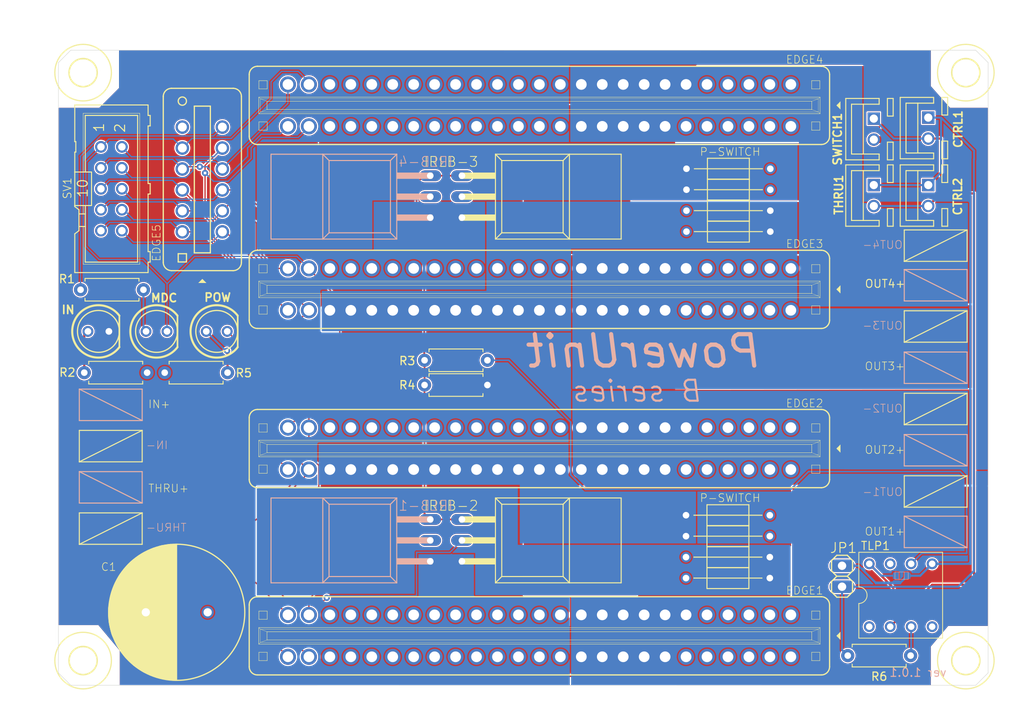
<source format=kicad_pcb>
(kicad_pcb (version 20241229) (generator "pcbnew") (generator_version "9.0")
  (layers (0 "F.Cu" signal "Top") (2 "B.Cu" signal "Bottom") (13 "F.Paste" user) (15 "B.Paste" user) (5 "F.SilkS" user) (7 "B.SilkS" user) (1 "F.Mask" user) (3 "B.Mask" user) (25 "Edge.Cuts" user))
  (net 0 "")
  (net 1 "GND")
  (net 2 "VCC")
  (net 3 "/PWM1")
  (net 4 "/DIR1")
  (net 5 "/PWM2")
  (net 6 "/DIR2")
  (net 7 "/PWM3")
  (net 8 "/DIR3")
  (net 9 "/PWM4")
  (net 10 "/DIR4")
  (net 11 "/VCC2")
  (net 12 "/GND2")
  (net 13 "Net-(LED2-PadA)")
  (net 14 "/LED")
  (net 15 "Net-(TLP1-ANODE)")
  (net 16 "Net-(EDGE1-P28)")
  (net 17 "Net-(EDGE1-P10)")
  (net 18 "Net-(EDGE1-P1)")
  (net 19 "Net-(EDGE2-P1)")
  (net 20 "Net-(EDGE2-P10)")
  (net 21 "Net-(EDGE2-P28)")
  (net 22 "Net-(EDGE3-P28)")
  (net 23 "Net-(EDGE3-P1)")
  (net 24 "Net-(CTRL1-Pad1)")
  (net 25 "Net-(LED1-PadA)")
  (net 26 "Net-(IRLB-1-PadG)")
  (net 27 "Net-(EDGE3-P10)")
  (net 28 "Net-(LED3-PadA)")
  (net 29 "Net-(EDGE4-P28)")
  (net 30 "Net-(EDGE4-P10)")
  (net 31 "Net-(EDGE4-P1)")
  (net 33 "/NC")
  (net 34 "Net-(IRLB-1-PD)")
  (net 35 "Net-(IRLB-2-PD)")
  (net 36 "Net-(LED3-C)")
  (net 37 "Net-(IRLB-3-PD)")
  (net 39 "Net-(IRLB-4-PD)")
  (net 41 "Net-(TLP1-VOUT)")
  (net 42 "Net-(TLP1-CATHODE)")
  (footprint "2022年度回路班_新電源基板:50ZLH1000MEFC16X25" (layer "F.Cu") (at 106.5 134.65)
    (property "Reference" "C1")
    (property "Value" "50ZLH1000MEFC16X25" (hide yes))
  )
  (footprint "2022年度回路班_新電源基板:B2B-XH" (layer "F.Cu") (at 197.6001 75.9536 90)
    (property "Reference" "CTRL1")
    (property "Value" "02-JST" (hide yes))
  )
  (footprint "2022年度回路班_新電源基板:B2B-XH" (layer "F.Cu") (at 197.6001 84.1316 90)
    (property "Reference" "CTRL2")
    (property "Value" "02-JST" (hide yes))
  )
  (footprint "2022年度回路班_新電源基板:10046971-019LF" (layer "F.Cu") (at 150.4611 137.5036 180)
    (property "Reference" "EDGE1")
    (property "Value" "10046971-019LF-FEMAL" (hide yes))
  )
  (footprint "2022年度回路班_新電源基板:10046971-019LF" (layer "F.Cu") (at 150.4611 114.8036 180)
    (property "Reference" "EDGE2")
    (property "Value" "10046971-019LF-FEMAL" (hide yes))
  )
  (footprint "2022年度回路班_新電源基板:10046971-019LF" (layer "F.Cu") (at 150.4611 95.5036 180)
    (property "Reference" "EDGE3")
    (property "Value" "10046971-019LF-FEMAL" (hide yes))
  )
  (footprint "2022年度回路班_新電源基板:10046971-019LF" (layer "F.Cu") (at 150.4611 73.2036 180)
    (property "Reference" "EDGE4")
    (property "Value" "10046971-019LF-FEMAL" (hide yes))
  )
  (footprint "2022年度回路班_新電源基板:7-5530843-6" (layer "F.Cu") (at 109.6041 82.1836 90)
    (property "Reference" "EDGE5")
    (property "Value" "7-5530843-6" (hide yes))
  )
  (footprint "2022年度回路班_新電源基板:AWG14" (layer "F.Cu") (at 98.5011 109.5036 90)
    (property "Reference" "IN+")
    (property "Value" "PADS14" (hide yes))
  )
  (footprint "2022年度回路班_新電源基板:1X02" (layer "F.Cu") (at 187.1481 130.2786 -90)
    (property "Reference" "JP1")
    (property "Value" "PINHD-1X2")
  )
  (footprint "2022年度回路班_新電源基板:LED5MM" (layer "F.Cu") (at 97.004 100.6)
    (property "Reference" "LED1" (hide yes))
    (property "Value" "LED5MM")
  )
  (footprint "2022年度回路班_新電源基板:LED5MM" (layer "F.Cu") (at 104.05 100.6)
    (property "Reference" "LED2" (hide yes))
    (property "Value" "LED5MM")
  )
  (footprint "2022年度回路班_新電源基板:LED5MM" (layer "F.Cu") (at 111.35 100.6)
    (property "Reference" "LED3" (hide yes))
    (property "Value" "LED5MM")
  )
  (footprint "2022年度回路班_新電源基板:AWG14" (layer "F.Cu") (at 198.5011 124.9036 -90)
    (property "Reference" "OUT1+")
    (property "Value" "PADS14" (hide yes))
  )
  (footprint "2022年度回路班_新電源基板:AWG14" (layer "F.Cu") (at 198.5011 115.0036 -90)
    (property "Reference" "OUT2+")
    (property "Value" "PADS14" (hide yes))
  )
  (footprint "2022年度回路班_新電源基板:AWG14" (layer "F.Cu") (at 198.5011 105.0036 -90)
    (property "Reference" "OUT3+")
    (property "Value" "PADS14" (hide yes))
  )
  (footprint "2022年度回路班_新電源基板:AWG14" (layer "F.Cu") (at 198.5011 95.0036 -90)
    (property "Reference" "OUT4+")
    (property "Value" "PADS14" (hide yes))
  )
  (footprint "2022年度回路班_新電源基板:P-SWITCH" (layer "F.Cu") (at 170.7731 130.5036 -90)
    (property "Reference" "P-1" (hide yes))
    (property "Value" "P-SWITCH")
  )
  (footprint "2022年度回路班_新電源基板:P-SWITCH" (layer "F.Cu") (at 170.7731 127.9636 -90)
    (property "Reference" "P-2" (hide yes))
    (property "Value" "P-SWITCH" (hide yes))
  )
  (footprint "2022年度回路班_新電源基板:P-SWITCH" (layer "F.Cu") (at 170.7731 125.4236 -90)
    (property "Reference" "P-3" (hide yes))
    (property "Value" "P-SWITCH" (hide yes))
  )
  (footprint "2022年度回路班_新電源基板:P-SWITCH" (layer "F.Cu") (at 170.7731 122.8836 -90)
    (property "Reference" "P-4" (hide yes))
    (property "Value" "P-SWITCH" (hide yes))
  )
  (footprint "2022年度回路班_新電源基板:P-SWITCH" (layer "F.Cu") (at 175.9101 88.5036 90)
    (property "Reference" "P-5" (hide yes))
    (property "Value" "P-SWITCH" (hide yes))
  )
  (footprint "2022年度回路班_新電源基板:P-SWITCH" (layer "F.Cu") (at 175.9101 85.9636 90)
    (property "Reference" "P-6" (hide yes))
    (property "Value" "P-SWITCH" (hide yes))
  )
  (footprint "2022年度回路班_新電源基板:P-SWITCH" (layer "F.Cu") (at 175.9101 83.4236 90)
    (property "Reference" "P-7" (hide yes))
    (property "Value" "P-SWITCH" (hide yes))
  )
  (footprint "2022年度回路班_新電源基板:P-SWITCH" (layer "F.Cu") (at 175.9101 80.8836 90)
    (property "Reference" "P-8" (hide yes))
    (property "Value" "P-SWITCH")
  )
  (footprint "2022年度回路班_新電源基板:ML10" (layer "F.Cu") (at 98.5831 83.3106 -90)
    (property "Reference" "SV1")
    (property "Value" "ML10")
  )
  (footprint "2022年度回路班_新電源基板:B2B-XH" (layer "F.Cu") (at 190.9971 76.0806 90)
    (property "Reference" "SWITCH1")
    (property "Value" "02-JST" (hide yes))
  )
  (footprint "2022年度回路班_新電源基板:AWG14" (layer "F.Cu") (at 98.5011 119.5036 90)
    (property "Reference" "THRU+")
    (property "Value" "PADS14" (hide yes))
  )
  (footprint "2022年度回路班_新電源基板:B2B-XH" (layer "F.Cu") (at 190.9971 84.1316 90)
    (property "Reference" "THRU1")
    (property "Value" "02-JST" (hide yes))
  )
  (footprint "2022年度回路班_新電源基板:2227MC-08-03" (layer "F.Cu") (at 194.2591 132.5816)
    (property "Reference" "TLP1")
    (property "Value" "2227MC-08-03" (hide yes))
  )
  (footprint "2022年度回路班_新電源基板:TO-220AB-PUT" (layer "F.Cu") (at 146.1511 125.9336 -90)
    (property "Reference" "IRLB-2")
    (property "Value" "IRLB3813_2" (hide yes))
  )
  (footprint "2022年度回路班_新電源基板:TO-220AB-PUT" (layer "F.Cu") (at 146.1511 84.2666 -90)
    (property "Reference" "IRLB-3")
    (property "Value" "IRLB3813_2" (hide yes))
  )
  (footprint "2022年度回路班_新電源基板:3,2" (layer "F.Cu") (at 95.1511 140.5036)
    (property "Reference" "H1" (hide yes))
    (property "Value" "MOUNT-HOLE3.2" (hide yes))
  )
  (footprint "2022年度回路班_新電源基板:3,2" (layer "F.Cu") (at 95.1511 69.2336)
    (property "Reference" "H2" (hide yes))
    (property "Value" "MOUNT-HOLE3.2" (hide yes))
  )
  (footprint "2022年度回路班_新電源基板:3,2" (layer "F.Cu") (at 202.1511 140.5036)
    (property "Reference" "H3" (hide yes))
    (property "Value" "MOUNT-HOLE3.2" (hide yes))
  )
  (footprint "2022年度回路班_新電源基板:3,2" (layer "F.Cu") (at 202.1511 69.2336)
    (property "Reference" "H4" (hide yes))
    (property "Value" "MOUNT-HOLE3.2" (hide yes))
  )
  (footprint "Resistor_THT:R_Axial_DIN0207_L6.3mm_D2.5mm_P7.62mm_Horizontal" (layer "F.Cu") (at 144.16 104.1 180)
    (property "Reference" "R3")
    (property "Value" "1k")
  )
  (footprint "Resistor_THT:R_Axial_DIN0207_L6.3mm_D2.5mm_P7.62mm_Horizontal" (layer "F.Cu") (at 105.04 105.6)
    (property "Reference" "R5")
    (property "Value" "680")
  )
  (footprint "Resistor_THT:R_Axial_DIN0207_L6.3mm_D2.5mm_P7.62mm_Horizontal" (layer "F.Cu") (at 136.54 107.1)
    (property "Reference" "R4")
    (property "Value" "10k")
  )
  (footprint "Resistor_THT:R_Axial_DIN0207_L6.3mm_D2.5mm_P7.62mm_Horizontal" (layer "F.Cu") (at 94.84 95.55)
    (property "Reference" "R1")
    (property "Value" "100")
  )
  (footprint "Resistor_THT:R_Axial_DIN0207_L6.3mm_D2.5mm_P7.62mm_Horizontal" (layer "F.Cu") (at 187.84 139.9)
    (property "Reference" "R6")
    (property "Value" "1k")
  )
  (footprint "Resistor_THT:R_Axial_DIN0207_L6.3mm_D2.5mm_P7.62mm_Horizontal" (layer "F.Cu") (at 102.91 105.6 180)
    (property "Reference" "R2")
    (property "Value" "680")
  )
  (footprint "2022年度回路班_新電源基板:GCM188L81H104KA57" (layer "B.Cu") (at 194.3661 130.2146)
    (property "Reference" "C2")
    (property "Value" "GCM188L81H104KA57" (hide yes))
  )
  (footprint "2022年度回路班_新電源基板:AWG14" (layer "B.Cu") (at 98.5011 114.5036 90)
    (property "Reference" "IN-")
    (property "Value" "PADS14" (hide yes))
  )
  (footprint "2022年度回路班_新電源基板:AWG14" (layer "B.Cu") (at 198.5011 120.0036 -90)
    (property "Reference" "OUT1-")
    (property "Value" "PADS14" (hide yes))
  )
  (footprint "2022年度回路班_新電源基板:AWG14" (layer "B.Cu") (at 198.5011 110.0036 -90)
    (property "Reference" "OUT2-")
    (property "Value" "PADS14" (hide yes))
  )
  (footprint "2022年度回路班_新電源基板:AWG14" (layer "B.Cu") (at 198.5011 100.0036 -90)
    (property "Reference" "OUT3-")
    (property "Value" "PADS14" (hide yes))
  )
  (footprint "2022年度回路班_新電源基板:AWG14" (layer "B.Cu") (at 198.5011 90.2036 -90)
    (property "Reference" "OUT4-")
    (property "Value" "PADS14" (hide yes))
  )
  (footprint "2022年度回路班_新電源基板:AWG14" (layer "B.Cu") (at 98.5011 124.5036 90)
    (property "Reference" "THRU-")
    (property "Value" "PADS14" (hide yes))
  )
  (footprint "2022年度回路班_新電源基板:TO-220AB-PUT" (layer "B.Cu") (at 132.1511 125.9336 -90)
    (property "Reference" "IRLB-1")
    (property "Value" "IRLB3813_2" (hide yes))
  )
  (footprint "2022年度回路班_新電源基板:TO-220AB-PUT" (layer "B.Cu") (at 132.1511 84.2666 -90)
    (property "Reference" "IRLB-4")
    (property "Value" "IRLB3813_2" (hide yes))
  )
  (gr_line (start 93.65945 66.5082) (end 92.16055 68.0118) (stroke (width 0.05)) (layer "Edge.Cuts"))
  (gr_line (start 92.1582 142.00055) (end 92.16055 68.0118) (stroke (width 0.05)) (layer "Edge.Cuts"))
  (gr_line (start 204.8518 68.00945) (end 204.85 142) (stroke (width 0.05)) (layer "Edge.Cuts"))
  (gr_line (start 203.3511 143.5036) (end 93.6618 143.49945) (stroke (width 0.05)) (layer "Edge.Cuts"))
  (gr_line (start 204.85 142) (end 203.3511 143.5036) (stroke (width 0.05)) (layer "Edge.Cuts"))
  (gr_line (start 203.3482 66.51055) (end 204.8518 68.00945) (stroke (width 0.05)) (layer "Edge.Cuts"))
  (gr_line (start 93.65945 66.5082) (end 203.3482 66.51055) (stroke (width 0.05)) (layer "Edge.Cuts"))
  (gr_line (start 92.1582 142.00055) (end 93.6618 143.49945) (stroke (width 0.05)) (layer "Edge.Cuts"))
  (gr_text "IN" (at 93.33 97.98 0) (layer "F.SilkS") (effects (font (size 1 1) (thickness 0.2) (bold yes))))
  (gr_text "POW" (at 111.45 96.49 0) (layer "F.SilkS") (effects (font (size 1 1) (thickness 0.2) (bold yes))))
  (gr_text "MDC" (at 104.96 96.55 0) (layer "F.SilkS") (effects (font (size 1 1) (thickness 0.2) (bold yes))))
  (gr_text "B series" (at 162.37712 107.83824 0) (layer "B.SilkS") (effects (font (size 2.54 2.54) (thickness 0.254) (italic yes)) (justify mirror)))
  (gr_text "ver 1.0.1\n" (at 196.35 141.95 0) (layer "B.SilkS") (effects (font (size 1.016 1.016) (thickness 0.127)) (justify mirror)))
  (gr_text "PowerUnit" (at 163.23564 103.00716 0) (layer "B.SilkS") (effects (font (size 3.81 3.81) (thickness 0.508) (italic yes)) (justify mirror)))
  (segment (start 198.0691 128.7716) (end 196.6261 130.2146) (width 0.254) (layer "B.Cu") (net 1))
  (segment (start 198.0691 128.7716) (end 202.6921 128.7716) (width 0.254) (layer "B.Cu") (net 1))
  (segment (start 195.0661 130.2146) (end 196.6261 130.2146) (width 0.254) (layer "B.Cu") (net 1))
  (segment (start 202.6921 128.7716) (end 202.6921 82.2496) (width 0.254) (layer "B.Cu") (net 1))
  (segment (start 194.2307 131.05) (end 195.0661 130.2146) (width 0.254) (layer "B.Cu") (net 1))
  (segment (start 191.2035 131.05) (end 194.2307 131.05) (width 0.254) (layer "B.Cu") (net 1))
  (segment (start 187.1481 129.0086) (end 189.1621 129.0086) (width 0.254) (layer "B.Cu") (net 1))
  (segment (start 189.1621 129.0086) (end 191.2035 131.05) (width 0.254) (layer "B.Cu") (net 1))
  (segment (start 155.8531 67.8116) (end 191.5921 67.8116) (width 0.254) (layer "F.Cu") (net 2))
  (segment (start 193.8781 75.1776) (end 191.7051 77.3506) (width 0.254) (layer "F.Cu") (net 2))
  (segment (start 193.8781 70.0976) (end 193.8781 75.1776) (width 0.254) (layer "F.Cu") (net 2))
  (segment (start 153.0011 70.6636) (end 155.8531 67.8116) (width 0.254) (layer "F.Cu") (net 2))
  (segment (start 191.5921 67.8116) (end 193.8781 70.0976) (width 0.254) (layer "F.Cu") (net 2))
  (segment (start 191.7051 77.3506) (end 190.9971 77.3506) (width 0.254) (layer "F.Cu") (net 2))
  (segment (start 191.6431 135.3416) (end 193.3701 133.6146) (width 0.25) (layer "F.Cu") (net 2))
  (segment (start 110.25 134.65) (end 117.9586 142.3586) (width 0.25) (layer "F.Cu") (net 2))
  (segment (start 193.3701 131.6926) (end 190.4491 128.7716) (width 0.25) (layer "F.Cu") (net 2))
  (segment (start 193.3701 133.6146) (end 193.3701 131.6926) (width 0.25) (layer "F.Cu") (net 2))
  (segment (start 117.9586 142.3586) (end 191.6431 142.3586) (width 0.25) (layer "F.Cu") (net 2))
  (segment (start 191.6431 142.3586) (end 191.6431 135.3416) (width 0.25) (layer "F.Cu") (net 2))
  (segment (start 193.6661 130.2146) (end 191.8921 130.2146) (width 0.254) (layer "B.Cu") (net 2))
  (segment (start 191.8921 130.2146) (end 190.4491 128.7716) (width 0.254) (layer "B.Cu") (net 2))
  (segment (start 112.0298 88.5336) (end 112.44225 88.5336) (width 0.1524) (layer "F.Cu") (net 3))
  (segment (start 115.8971 130.8796) (end 115.8971 123.63775) (width 0.1524) (layer "F.Cu") (net 3))
  (segment (start 121.3117 118.22315) (end 121.3117 116.82035) (width 0.1524) (layer "F.Cu") (net 3))
  (segment (start 121.1847 98.54215) (end 121.1847 97.27605) (width 0.1524) (layer "F.Cu") (net 3))
  (segment (start 119.9811 134.9636) (end 115.8971 130.8796) (width 0.1524) (layer "F.Cu") (net 3))
  (segment (start 117.8885 101.83835) (end 121.1847 98.54215) (width 0.1524) (layer "F.Cu") (net 3))
  (segment (start 115.8971 123.63775) (end 121.3117 118.22315) (width 0.1524) (layer "F.Cu") (net 3))
  (segment (start 117.8885 113.39715) (end 117.8885 101.83835) (width 0.1524) (layer "F.Cu") (net 3))
  (segment (start 121.1847 97.27605) (end 112.44225 88.5336) (width 0.1524) (layer "F.Cu") (net 3))
  (segment (start 121.3117 116.82035) (end 117.8885 113.39715) (width 0.1524) (layer "F.Cu") (net 3))
  (segment (start 110.7808 89.7826) (end 101.2451 89.7826) (width 0.1524) (layer "B.Cu") (net 3))
  (segment (start 112.0298 88.5336) (end 110.7808 89.7826) (width 0.1524) (layer "B.Cu") (net 3))
  (segment (start 99.8531 88.3906) (end 101.2451 89.7826) (width 0.1524) (layer "B.Cu") (net 3))
  (segment (start 115.5191 94.581713) (end 115.5191 135.5816) (width 0.1524) (layer "F.Cu") (net 4))
  (segment (start 109.470987 88.5336) (end 115.5191 94.581713) (width 0.1524) (layer "F.Cu") (net 4))
  (segment (start 107.1784 88.5336) (end 109.470987 88.5336) (width 0.1524) (layer "F.Cu") (net 4))
  (segment (start 119.9811 140.0436) (end 115.5191 135.5816) (width 0.1524) (layer "F.Cu") (net 4))
  (segment (start 97.3131 88.3906) (end 98.3341 87.4036) (width 0.1524) (layer "B.Cu") (net 4))
  (segment (start 106.9454 88.5336) (end 105.7814 87.4036) (width 0.1524) (layer "B.Cu") (net 4))
  (segment (start 107.1784 88.5336) (end 106.9454 88.5336) (width 0.1524) (layer "B.Cu") (net 4))
  (segment (start 98.3341 87.4036) (end 105.7814 87.4036) (width 0.1524) (layer "B.Cu") (net 4))
  (segment (start 112.0298 85.9936) (end 112.7918 85.2316) (width 0.1524) (layer "F.Cu") (net 5))
  (segment (start 121.7357 94.1672) (end 123.7247 96.1562) (width 0.1524) (layer "F.Cu") (net 5))
  (segment (start 123.7247 108.52) (end 119.9811 112.2636) (width 0.1524) (layer "F.Cu") (net 5))
  (segment (start 119.268906 94.1672) (end 121.7357 94.1672) (width 0.1524) (layer "F.Cu") (net 5))
  (segment (start 116.1491 87.4459) (end 113.9348 85.2316) (width 0.1524) (layer "F.Cu") (net 5))
  (segment (start 113.9348 85.2316) (end 112.7918 85.2316) (width 0.1524) (layer "F.Cu") (net 5))
  (segment (start 123.7247 96.1562) (end 123.7247 108.52) (width 0.1524) (layer "F.Cu") (net 5))
  (segment (start 116.1491 87.4459) (end 116.1491 91.047394) (width 0.1524) (layer "F.Cu") (net 5))
  (segment (start 116.1491 91.047394) (end 119.268906 94.1672) (width 0.1524) (layer "F.Cu") (net 5))
  (segment (start 101.2661 87.0536) (end 100.1071 85.8506) (width 0.1524) (layer "B.Cu") (net 5))
  (segment (start 111.0138 87.0536) (end 101.2661 87.0536) (width 0.1524) (layer "B.Cu") (net 5))
  (segment (start 112.0298 85.9936) (end 111.0138 87.0536) (width 0.1524) (layer "B.Cu") (net 5))
  (segment (start 99.8531 85.8506) (end 100.1071 85.8506) (width 0.1524) (layer "B.Cu") (net 5))
  (segment (start 119.9811 117.3436) (end 117.0431 114.4056) (width 0.1524) (layer "F.Cu") (net 6))
  (segment (start 117.0431 95.674657) (end 110.5153 89.146857) (width 0.1524) (layer "F.Cu") (net 6))
  (segment (start 109.2663 85.9936) (end 107.1784 85.9936) (width 0.1524) (layer "F.Cu") (net 6))
  (segment (start 110.5153 87.2426) (end 109.2663 85.9936) (width 0.1524) (layer "F.Cu") (net 6))
  (segment (start 117.0431 114.4056) (end 117.0431 95.674657) (width 0.1524) (layer "F.Cu") (net 6))
  (segment (start 110.5153 89.146857) (end 110.5153 87.2426) (width 0.1524) (layer "F.Cu") (net 6))
  (segment (start 107.1784 85.8869) (end 106.1211 84.9036) (width 0.1524) (layer "B.Cu") (net 6))
  (segment (start 97.3131 85.8506) (end 98.3341 84.9036) (width 0.1524) (layer "B.Cu") (net 6))
  (segment (start 98.3341 84.9036) (end 106.1211 84.9036) (width 0.1524) (layer "B.Cu") (net 6))
  (segment (start 107.1784 85.9936) (end 107.1784 85.8869) (width 0.1524) (layer "B.Cu") (net 6))
  (segment (start 119.9811 92.9636) (end 118.496362 92.9636) (width 0.1524) (layer "F.Cu") (net 7))
  (segment (start 118.496362 92.9636) (end 116.4539 90.921138) (width 0.1524) (layer "F.Cu") (net 7))
  (segment (start 116.4539 85.5036) (end 114.4039 83.4536) (width 0.1524) (layer "F.Cu") (net 7))
  (segment (start 116.4539 90.921138) (end 116.4539 85.5036) (width 0.1524) (layer "F.Cu") (net 7))
  (segment (start 114.4039 83.4536) (end 112.0298 83.4536) (width 0.1524) (layer "F.Cu") (net 7))
  (segment (start 110.9078 84.5756) (end 101.1181 84.5756) (width 0.1524) (layer "B.Cu") (net 7))
  (segment (start 99.8531 83.3106) (end 101.1181 84.5756) (width 0.1524) (layer "B.Cu") (net 7))
  (segment (start 112.0298 83.4536) (end 110.9078 84.5756) (width 0.1524) (layer "B.Cu") (net 7))
  (segment (start 119.8431 98.0436) (end 110.9311 89.1316) (width 0.1524) (layer "F.Cu") (net 8))
  (segment (start 110.9311 89.1316) (end 110.9311 87.2266) (width 0.1524) (layer "F.Cu") (net 8))
  (segment (start 110.9311 87.2266) (end 107.1784 83.4739) (width 0.1524) (layer "F.Cu") (net 8))
  (segment (start 107.1784 83.4536) (end 107.1784 83.4739) (width 0.1524) (layer "F.Cu") (net 8))
  (segment (start 119.9811 98.0436) (end 119.8431 98.0436) (width 0.1524) (layer "F.Cu") (net 8))
  (segment (start 106.0144 82.2896) (end 107.1784 83.4536) (width 0.1524) (layer "B.Cu") (net 8))
  (segment (start 97.3131 83.3106) (end 98.3341 82.2896) (width 0.1524) (layer "B.Cu") (net 8))
  (segment (start 98.3341 82.2896) (end 106.0144 82.2896) (width 0.1524) (layer "B.Cu") (net 8))
  (segment (start 119.9811 72.9623) (end 112.0298 80.9136) (width 0.1524) (layer "B.Cu") (net 9))
  (segment (start 108.4353 81.138444) (end 108.4353 80.64125) (width 0.1524) (layer "B.Cu") (net 9))
  (segment (start 112.0298 80.909244) (end 111.152356 80.0318) (width 0.1524) (layer "B.Cu") (net 9))
  (segment (start 101.04385 81.96135) (end 107.612393 81.96135) (width 0.1524) (layer "B.Cu") (net 9))
  (segment (start 109.04475 80.0318) (end 111.152356 80.0318) (width 0.1524) (layer "B.Cu") (net 9))
  (segment (start 107.612393 81.96135) (end 108.4353 81.138444) (width 0.1524) (layer "B.Cu") (net 9))
  (segment (start 112.0298 80.9136) (end 112.0298 80.909244) (width 0.1524) (layer "B.Cu") (net 9))
  (segment (start 119.9811 70.6636) (end 119.9811 72.9623) (width 0.1524) (layer "B.Cu") (net 9))
  (segment (start 99.8531 80.7706) (end 101.04385 81.96135) (width 0.1524) (layer "B.Cu") (net 9))
  (segment (start 108.4353 80.64125) (end 109.04475 80.0318) (width 0.1524) (layer "B.Cu") (net 9))
  (segment (start 107.4534 80.6386) (end 109.2961 80.6386) (width 0.1524) (layer "F.Cu") (net 10))
  (segment (start 107.1784 80.9136) (end 107.4534 80.6386) (width 0.1524) (layer "F.Cu") (net 10))
  (via (at 109.2961 80.6386) (size 0.7564) (drill 0.35) (layers "F.Cu" "B.Cu") (net 10))
  (segment (start 112.421043 82.0356) (end 115.0873 79.369344) (width 0.1524) (layer "B.Cu") (net 10))
  (segment (start 98.3341 79.7496) (end 106.0144 79.7496) (width 0.1524) (layer "B.Cu") (net 10))
  (segment (start 119.0387 76.686) (end 119.9811 75.7436) (width 0.1524) (layer "B.Cu") (net 10))
  (segment (start 116.754643 76.686) (end 119.0387 76.686) (width 0.1524) (layer "B.Cu") (net 10))
  (segment (start 111.5821 82.0356) (end 110.1851 80.6386) (width 0.1524) (layer "B.Cu") (net 10))
  (segment (start 109.2961 80.6386) (end 110.1851 80.6386) (width 0.1524) (layer "B.Cu") (net 10))
  (segment (start 111.5821 82.0356) (end 112.421043 82.0356) (width 0.1524) (layer "B.Cu") (net 10))
  (segment (start 97.3131 80.7706) (end 98.3341 79.7496) (width 0.1524) (layer "B.Cu") (net 10))
  (segment (start 106.0144 79.7496) (end 107.1784 80.9136) (width 0.1524) (layer "B.Cu") (net 10))
  (segment (start 115.0873 78.353344) (end 116.754643 76.686) (width 0.1524) (layer "B.Cu") (net 10))
  (segment (start 115.0873 79.369344) (end 115.0873 78.353344) (width 0.1524) (layer "B.Cu") (net 10))
  (segment (start 122.5211 117.698807) (end 122.5211 117.3436) (width 0.1524) (layer "F.Cu") (net 11))
  (segment (start 112.0298 78.3736) (end 109.9311 80.4723) (width 0.1524) (layer "F.Cu") (net 11))
  (segment (start 109.9311 80.4723) (end 109.9311 81.4006) (width 0.1524) (layer "F.Cu") (net 11))
  (segment (start 122.5211 98.0436) (end 115.7681 91.2906) (width 0.1524) (layer "F.Cu") (net 11))
  (segment (start 111.405306 87.24785) (end 109.9311 85.773644) (width 0.1524) (layer "F.Cu") (net 11))
  (segment (start 115.7681 88.901157) (end 114.114793 87.24785) (width 0.1524) (layer "F.Cu") (net 11))
  (segment (start 114.114793 87.24785) (end 111.405306 87.24785) (width 0.1524) (layer "F.Cu") (net 11))
  (segment (start 109.9311 85.773644) (end 109.9311 81.4006) (width 0.1524) (layer "F.Cu") (net 11))
  (segment (start 115.7681 91.2906) (end 115.7681 88.901157) (width 0.1524) (layer "F.Cu") (net 11))
  (segment (start 121.1847 134.46505) (end 116.5351 129.81545) (width 0.1524) (layer "F.Cu") (net 11))
  (segment (start 122.5211 140.0436) (end 121.1847 138.7072) (width 0.1524) (layer "F.Cu") (net 11))
  (segment (start 121.1847 138.7072) (end 121.1847 134.46505) (width 0.1524) (layer "F.Cu") (net 11))
  (segment (start 116.5351 123.684807) (end 122.5211 117.698807) (width 0.1524) (layer "F.Cu") (net 11))
  (segment (start 118.6941 113.6586) (end 122.3791 117.3436) (width 0.1524) (layer "F.Cu") (net 11))
  (segment (start 122.3791 117.3436) (end 122.5211 117.3436) (width 0.1524) (layer "F.Cu") (net 11))
  (segment (start 118.6941 101.8706) (end 118.6941 113.6586) (width 0.1524) (layer "F.Cu") (net 11))
  (segment (start 116.5351 129.81545) (end 116.5351 123.684807) (width 0.1524) (layer "F.Cu") (net 11))
  (segment (start 122.5211 98.0436) (end 118.6941 101.8706) (width 0.1524) (layer "F.Cu") (net 11))
  (via (at 109.9311 81.4006) (size 0.7564) (drill 0.35) (layers "F.Cu" "B.Cu") (net 11))
  (segment (start 109.9311 81.4006) (end 110.9471 82.4036) (width 0.1524) (layer "B.Cu") (net 11))
  (segment (start 121.2341 77.0826) (end 122.5211 75.7956) (width 0.1524) (layer "B.Cu") (net 11))
  (segment (start 122.5211 75.7956) (end 122.5211 75.7436) (width 0.1524) (layer "B.Cu") (net 11))
  (segment (start 99.8531 78.2306) (end 100.9911 79.4236) (width 0.1524) (layer "B.Cu") (net 11))
  (segment (start 111.0348 79.4236) (end 100.9911 79.4236) (width 0.1524) (layer "B.Cu") (net 11))
  (segment (start 112.0298 78.3736) (end 111.0348 79.4236) (width 0.1524) (layer "B.Cu") (net 11))
  (segment (start 115.5191 79.6226) (end 115.5191 78.3526) (width 0.1524) (layer "B.Cu") (net 11))
  (segment (start 115.5191 78.3526) (end 116.7891 77.0826) (width 0.1524) (layer "B.Cu") (net 11))
  (segment (start 116.7891 77.0826) (end 121.2341 77.0826) (width 0.1524) (layer "B.Cu") (net 11))
  (segment (start 112.7381 82.4036) (end 115.5191 79.6226) (width 0.1524) (layer "B.Cu") (net 11))
  (segment (start 110.9471 82.4036) (end 112.7381 82.4036) (width 0.1524) (layer "B.Cu") (net 11))
  (segment (start 122.5211 134.9636) (end 122.5211 133.04575) (width 0.1524) (layer "F.Cu") (net 12))
  (segment (start 122.5211 110.662657) (end 126.2647 106.919057) (width 0.1524) (layer "F.Cu") (net 12))
  (segment (start 123.7247 116.84505) (end 122.5211 115.64145) (width 0.1524) (layer "F.Cu") (net 12))
  (segment (start 122.5211 115.64145) (end 122.5211 112.2636) (width 0.1524) (layer "F.Cu") (net 12))
  (segment (start 122.5211 133.04575) (end 123.7247 131.84215) (width 0.1524) (layer "F.Cu") (net 12))
  (segment (start 122.5211 112.2636) (end 122.5211 110.662657) (width 0.1524) (layer "F.Cu") (net 12))
  (segment (start 126.2647 96.78305) (end 122.5211 93.03945) (width 0.1524) (layer "F.Cu") (net 12))
  (segment (start 123.7247 131.84215) (end 123.7247 116.84505) (width 0.1524) (layer "F.Cu") (net 12))
  (segment (start 126.2647 106.919057) (end 126.2647 96.78305) (width 0.1524) (layer "F.Cu") (net 12))
  (segment (start 122.5211 93.03945) (end 122.5211 92.9636) (width 0.1524) (layer "F.Cu") (net 12))
  (segment (start 98.2621 77.2816) (end 106.0864 77.2816) (width 0.1524) (layer "B.Cu") (net 12))
  (segment (start 97.3131 78.2306) (end 98.2621 77.2816) (width 0.1524) (layer "B.Cu") (net 12))
  (segment (start 106.0864 77.2816) (end 107.1784 78.3736) (width 0.1524) (layer "B.Cu") (net 12))
  (segment (start 97.0839 91.8836) (end 95.4909 90.2906) (width 0.1524) (layer "B.Cu") (net 12))
  (segment (start 95.4909 90.2906) (end 95.4909 80.0528) (width 0.1524) (layer "B.Cu") (net 12))
  (segment (start 113.1061 77.2096) (end 117.9321 72.3836) (width 0.1524) (layer "B.Cu") (net 12))
  (segment (start 95.4909 80.0528) (end 97.3131 78.2306) (width 0.1524) (layer "B.Cu") (net 12))
  (segment (start 102.412337 91.8836) (end 97.0839 91.8836) (width 0.1524) (layer "B.Cu") (net 12))
  (segment (start 119.2021 69.0816) (end 121.2341 69.0816) (width 0.1524) (layer "B.Cu") (net 12))
  (segment (start 108.3424 77.2096) (end 113.1061 77.2096) (width 0.1524) (layer "B.Cu") (net 12))
  (segment (start 121.2341 69.0816) (end 122.5211 70.3686) (width 0.1524) (layer "B.Cu") (net 12))
  (segment (start 122.5211 70.3686) (end 122.5211 70.6636) (width 0.1524) (layer "B.Cu") (net 12))
  (segment (start 117.9321 72.3836) (end 117.9321 70.3516) (width 0.1524) (layer "B.Cu") (net 12))
  (segment (start 122.5211 92.9636) (end 121.0611 91.5036) (width 0.1524) (layer "B.Cu") (net 12))
  (segment (start 117.9321 70.3516) (end 119.2021 69.0816) (width 0.1524) (layer "B.Cu") (net 12))
  (segment (start 107.1784 78.3736) (end 108.3424 77.2096) (width 0.1524) (layer "B.Cu") (net 12))
  (segment (start 102.412337 91.8836) (end 105.32 94.791263) (width 0.1524) (layer "B.Cu") (net 12))
  (segment (start 105.32 94.83) (end 105.32 100.6) (width 0.1524) (layer "B.Cu") (net 12))
  (segment (start 108.6464 91.5036) (end 105.32 94.83) (width 0.1524) (layer "B.Cu") (net 12))
  (segment (start 105.32 94.791263) (end 105.32 94.83) (width 0.1524) (layer "B.Cu") (net 12))
  (segment (start 121.0611 91.5036) (end 108.6464 91.5036) (width 0.1524) (layer "B.Cu") (net 12))
  (segment (start 102.46 95.55) (end 102.46 100.28) (width 0.25) (layer "B.Cu") (net 13))
  (segment (start 102.46 100.28) (end 102.78 100.6) (width 0.25) (layer "B.Cu") (net 13))
  (segment (start 94.8051 79.3816) (end 97.2819 76.9048) (width 0.1524) (layer "B.Cu") (net 14))
  (segment (start 112.0298 75.8336) (end 110.9586 76.9048) (width 0.1524) (layer "B.Cu") (net 14))
  (segment (start 110.9586 76.9048) (end 97.2819 76.9048) (width 0.1524) (layer "B.Cu") (net 14))
  (segment (start 94.8051 79.3816) (end 94.84 79.4165) (width 0.1524) (layer "B.Cu") (net 14))
  (segment (start 94.84 79.4165) (end 94.84 95.55) (width 0.1524) (layer "B.Cu") (net 14))
  (segment (start 192.9891 136.3916) (end 198.0681 131.3126) (width 0.254) (layer "F.Cu") (net 15))
  (segment (start 197.6001 85.4016) (end 199.1241 83.8776) (width 0.254) (layer "F.Cu") (net 15))
  (segment (start 199.1511 83.8506) (end 197.6001 85.4016) (width 0.254) (layer "F.Cu") (net 15))
  (segment (start 199.1511 77.2236) (end 197.6001 77.2236) (width 0.254) (layer "F.Cu") (net 15))
  (segment (start 203.1511 131.3126) (end 203.1511 83.8776) (width 0.254) (layer "F.Cu") (net 15))
  (segment (start 203.1511 83.8776) (end 199.1241 83.8776) (width 0.254) (layer "F.Cu") (net 15))
  (segment (start 198.0681 131.3126) (end 203.1511 131.3126) (width 0.254) (layer "F.Cu") (net 15))
  (segment (start 199.1511 83.8506) (end 199.1511 77.2236) (width 0.254) (layer "F.Cu") (net 15))
  (segment (start 193.4101 77.2236) (end 197.6001 77.2236) (width 0.254) (layer "B.Cu") (net 15))
  (segment (start 197.6001 85.4016) (end 190.9971 85.4016) (width 0.254) (layer "B.Cu") (net 15))
  (segment (start 190.9971 74.8106) (end 193.4101 77.2236) (width 0.254) (layer "B.Cu") (net 15))
  (segment (start 197.6001 82.8616) (end 199.1511 81.3106) (width 0.254) (layer "B.Cu") (net 24))
  (segment (start 203.1511 78.6916) (end 203.1511 79.7556) (width 0.254) (layer "B.Cu") (net 24))
  (segment (start 199.1511 81.3106) (end 199.1511 74.6836) (width 0.254) (layer "B.Cu") (net 24))
  (segment (start 203.1511 78.6916) (end 202.1511 77.6916) (width 0.254) (layer "B.Cu") (net 24))
  (segment (start 199.1511 74.6836) (end 197.6001 74.6836) (width 0.254) (layer "B.Cu") (net 24))
  (segment (start 203.1239 79.7284) (end 203.1239 129.65) (width 0.254) (layer "B.Cu") (net 24))
  (segment (start 197.6001 82.8616) (end 190.9971 82.8616) (width 0.254) (layer "B.Cu") (net 24))
  (segment (start 203.1511 79.7556) (end 203.1239 79.7284) (width 0.254) (layer "B.Cu") (net 24))
  (segment (start 202.1511 77.6916) (end 202.1511 77.6836) (width 0.1524) (layer "B.Cu") (net 24))
  (segment (start 202.1511 77.6836) (end 199.1511 74.6836) (width 0.254) (layer "B.Cu") (net 24))
  (segment (start 203.1239 129.65) (end 203.1239 129.6616) (width 0.254) (layer "B.Cu") (net 24))
  (segment (start 187.1481 131.5486) (end 201.2253 131.5486) (width 0.254) (layer "B.Cu") (net 24))
  (segment (start 187.1481 139.2081) (end 187.84 139.9) (width 0.254) (layer "B.Cu") (net 24))
  (segment (start 187.1481 131.5486) (end 187.1481 139.2081) (width 0.254) (layer "B.Cu") (net 24))
  (segment (start 201.2253 131.5486) (end 203.1239 129.65) (width 0.254) (layer "B.Cu") (net 24))
  (segment (start 95.29 105.6) (end 95.29 101.044) (width 0.25) (layer "F.Cu") (net 25))
  (segment (start 95.29 101.044) (end 95.734 100.6) (width 0.25) (layer "F.Cu") (net 25))
  (segment (start 135.5675 90.932188) (end 135.5675 82.6306) (width 0.2032) (layer "F.Cu") (net 26))
  (segment (start 137.2311 81.7266) (end 141.0711 81.7266) (width 0.2032) (layer "F.Cu") (net 26))
  (segment (start 136.5011 98.55375) (end 136.5011 98.54215) (width 0.1524) (layer "F.Cu") (net 26))
  (segment (start 136.5691 106.6016) (end 136.5011 106.6132) (width 0.1524) (layer "F.Cu") (net 26))
  (segment (start 136.4715 81.7266) (end 135.5675 82.6306) (width 0.2032) (layer "F.Cu") (net 26))
  (segment (start 136.5011 91.922188) (end 135.5675 90.932188) (width 0.2032) (layer "F.Cu") (net 26))
  (segment (start 137.2311 81.7266) (end 136.4715 81.7266) (width 0.1524) (layer "F.Cu") (net 26))
  (segment (start 137.2311 123.3936) (end 141.0711 123.3936) (width 0.2032) (layer "F.Cu") (net 26))
  (segment (start 136.54 107.1) (end 136.5311 107.1089) (width 0.2032) (layer "F.Cu") (net 26))
  (segment (start 136.5011 91.922188) (end 136.5011 104.0611) (width 0.2032) (layer "F.Cu") (net 26))
  (segment (start 136.5311 122.6936) (end 137.2311 123.3936) (width 0.2032) (layer "F.Cu") (net 26))
  (segment (start 136.5311 107.1089) (end 136.5311 122.6936) (width 0.2032) (layer "F.Cu") (net 26))
  (segment (start 136.54 104.1) (end 136.54 107.1) (width 0.2032) (layer "F.Cu") (net 26))
  (segment (start 136.5011 104.0611) (end 136.54 104.1) (width 0.2032) (layer "F.Cu") (net 26))
  (segment (start 112.66 105.6) (end 112.66 103.01) (width 0.25) (layer "F.Cu") (net 28))
  (segment (start 112.66 103.01) (end 112.6 102.95) (width 0.25) (layer "F.Cu") (net 28))
  (via (at 112.6 102.95) (size 0.7564) (drill 0.35) (layers "F.Cu" "B.Cu") (net 28))
  (segment (start 112.43 102.95) (end 112.6 102.95) (width 0.25) (layer "B.Cu") (net 28))
  (segment (start 110.08 100.6) (end 112.43 102.95) (width 0.25) (layer "B.Cu") (net 28))
  (segment (start 115.2133 103.1933) (end 112.62 100.6) (width 0.1524) (layer "F.Cu") (net 36))
  (segment (start 115.2133 136.97795) (end 115.2133 103.1933) (width 0.1524) (layer "F.Cu") (net 36))
  (segment (start 123.7305 133.83005) (end 123.7305 140.6262) (width 0.1524) (layer "F.Cu") (net 36))
  (segment (start 123.7305 140.6262) (end 122.8851 141.4716) (width 0.1524) (layer "F.Cu") (net 36))
  (segment (start 124.658706 132.901844) (end 123.7305 133.83005) (width 0.1524) (layer "F.Cu") (net 36))
  (segment (start 119.70695 141.4716) (end 115.2133 136.97795) (width 0.1524) (layer "F.Cu") (net 36))
  (segment (start 124.6801 132.901844) (end 124.658706 132.901844) (width 0.1524) (layer "F.Cu") (net 36))
  (segment (start 122.8851 141.4716) (end 119.70695 141.4716) (width 0.1524) (layer "F.Cu") (net 36))
  (via (at 124.6801 132.901844) (size 0.7564) (drill 0.35) (layers "F.Cu" "B.Cu") (net 36))
  (segment (start 135.5675 127.3766) (end 139.6281 127.3766) (width 0.1524) (layer "B.Cu") (net 36))
  (segment (start 125.0155 132.6392) (end 135.5675 132.6392) (width 0.1524) (layer "B.Cu") (net 36))
  (segment (start 124.752856 132.901844) (end 125.0155 132.6392) (width 0.1524) (layer "B.Cu") (net 36))
  (segment (start 139.6281 127.3766) (end 141.0711 125.9336) (width 0.1524) (layer "B.Cu") (net 36))
  (segment (start 135.5675 132.6392) (end 135.5675 127.3766) (width 0.1524) (layer "B.Cu") (net 36))
  (segment (start 124.6801 132.901844) (end 124.752856 132.901844) (width 0.1524) (layer "B.Cu") (net 36))
  (segment (start 202.2603 118.3766) (end 202.2603 127.5016) (width 0.2032) (layer "B.Cu") (net 41))
  (segment (start 201.4793 117.5956) (end 202.2603 118.3766) (width 0.2032) (layer "B.Cu") (net 41))
  (segment (start 196.7991 127.5016) (end 195.5291 128.7716) (width 0.2032) (layer "B.Cu") (net 41))
  (segment (start 202.2603 127.5016) (end 196.7991 127.5016) (width 0.2032) (layer "B.Cu") (net 41))
  (segment (start 154.2541 111.6066) (end 154.2541 117.9766) (width 0.2032) (layer "B.Cu") (net 41))
  (segment (start 154.2541 117.9766) (end 156.0321 119.7546) (width 0.2032) (layer "B.Cu") (net 41))
  (segment (start 180.9241 119.7546) (end 183.0831 117.5956) (width 0.2032) (layer "B.Cu") (net 41))
  (segment (start 180.9241 119.7546) (end 156.0321 119.7546) (width 0.2032) (layer "B.Cu") (net 41))
  (segment (start 183.0831 117.5956) (end 201.4793 117.5956) (width 0.2032) (layer "B.Cu") (net 41))
  (segment (start 154.2541 111.6066) (end 146.7475 104.1) (width 0.2032) (layer "B.Cu") (net 41))
  (segment (start 146.7475 104.1) (end 144.16 104.1) (width 0.2032) (layer "B.Cu") (net 41))
  (segment (start 195.5291 139.8309) (end 195.46 139.9) (width 0.25) (layer "B.Cu") (net 42))
  (segment (start 195.5291 136.3916) (end 195.5291 139.8309) (width 0.25) (layer "B.Cu") (net 42))
  (zone (net 19) (net_name "Net-(EDGE2-P1)") (layer "F.Cu") (priority 6) (connect_pads yes (clearance 0.000001)) (min_thickness 0.0762) (fill yes (thermal_gap 0.508) (thermal_bridge_width 0.508))
    (polygon (pts (xy 203.06792 119.16462) (xy 166.9479 119.1988) (xy 166.9479 114.5544) (xy 169.4559 114.5544) (xy 169.4559 107.6814) (xy 203.06792 107.64722)))
  )
  (zone (net 2) (net_name "VCC") (layer "F.Cu") (priority 3) (connect_pads yes (clearance 0.000001)) (min_thickness 0.0762) (fill yes (thermal_gap 0.508) (thermal_bridge_width 0.508))
    (polygon (pts (xy 209.2273 147.5798) (xy 85.0749 147.5798) (xy 85.0749 60.4274) (xy 209.2273 60.4274)))
  )
  (zone (net 37) (net_name "Net-(IRLB-3-PD)") (layer "F.Cu") (priority 6) (connect_pads yes (clearance 0.000001)) (min_thickness 0.0762) (fill yes (thermal_gap 0.508) (thermal_bridge_width 0.508))
    (polygon (pts (xy 161.4813 84.9194) (xy 182.0053 84.9194) (xy 182.0053 91.2148) (xy 148.5749 91.2148) (xy 148.5749 78.1734) (xy 161.4813 78.1734)))
  )
  (zone (net 35) (net_name "Net-(IRLB-2-PD)") (layer "F.Cu") (priority 6) (connect_pads yes (clearance 0.000001)) (min_thickness 0.0762) (fill yes (thermal_gap 0.508) (thermal_bridge_width 0.508))
    (polygon (pts (xy 180.9733 126.6298) (xy 162.2773 126.6298) (xy 162.2773 132.5798) (xy 148.5749 132.5798) (xy 148.5749 119.4274) (xy 180.9733 119.4274)))
  )
  (zone (net 31) (net_name "Net-(EDGE4-P1)") (layer "F.Cu") (priority 6) (connect_pads yes (clearance 0.000001)) (min_thickness 0.0762) (fill yes (thermal_gap 0.508) (thermal_bridge_width 0.508))
    (polygon (pts (xy 191.7673 84.0144) (xy 203.2273 84.0144) (xy 203.2273 97.1988) (xy 182.2019 97.1988) (xy 182.2019 77.5798) (xy 167.0749 77.5798) (xy 167.0749 73.1734) (xy 169.5829 73.1734) (xy 169.5829 68.4274) (xy 191.7673 68.4274)))
  )
  (zone (net 16) (net_name "Net-(EDGE1-P28)") (layer "F.Cu") (priority 6) (connect_pads yes (clearance 0.000001)) (min_thickness 0.0762) (fill yes (thermal_gap 0.508) (thermal_bridge_width 0.508))
    (polygon (pts (xy 180.8733 133.0388) (xy 169.4273 133.0388) (xy 169.4273 138.2458) (xy 166.9033 138.2458) (xy 166.9033 144.8498) (xy 123.996537 144.8498) (xy 123.6979 144.551163) (xy 123.6979 136.3154) (xy 154.1779 136.3154) (xy 154.1779 132.7594) (xy 162.4329 132.7594) (xy 162.4329 126.7904) (xy 180.8733 126.7904)))
  )
  (zone (net 18) (net_name "Net-(EDGE1-P1)") (layer "F.Cu") (priority 6) (connect_pads yes (clearance 0.000001)) (min_thickness 0.0762) (fill yes (thermal_gap 0.508) (thermal_bridge_width 0.508))
    (polygon (pts (xy 205.8783 144.4848) (xy 167.0749 144.4848) (xy 167.0749 138.4274) (xy 169.5829 138.4274) (xy 169.5829 133.2374) (xy 181.1379 133.2374) (xy 181.1379 119.4274) (xy 205.8783 119.4274)))
  )
  (zone (net 23) (net_name "Net-(EDGE3-P1)") (layer "F.Cu") (priority 6) (connect_pads yes (clearance 0.000001)) (min_thickness 0.0762) (fill yes (thermal_gap 0.508) (thermal_bridge_width 0.508))
    (polygon (pts (xy 182.0053 97.4274) (xy 203.2273 97.4274) (xy 203.2273 107.4688) (xy 166.9479 107.4688) (xy 166.9479 95.4274) (xy 169.4559 95.4274) (xy 169.4559 91.4274) (xy 182.0053 91.4274)))
  )
  (zone (net 29) (net_name "Net-(EDGE4-P28)") (layer "F.Cu") (priority 6) (connect_pads yes (clearance 0.000001)) (min_thickness 0.0762) (fill yes (thermal_gap 0.508) (thermal_bridge_width 0.508))
    (polygon (pts (xy 166.9073 77.8084) (xy 182.0053 77.8084) (xy 182.0053 84.7068) (xy 161.6939 84.7068) (xy 161.6939 77.9608) (xy 123.7549 77.9608) (xy 123.7549 73.1734) (xy 166.9073 73.1734)))
  )
  (zone (net 0) (net_name "") (layers "F.Cu" "B.Cu") (connect_pads (clearance 0)) (min_thickness 0.25)
    (keepout (tracks not_allowed) (vias allowed) (pads allowed) (copperpour not_allowed) (footprints allowed))
    (fill (thermal_gap 0.5) (thermal_bridge_width 0.5))
    (polygon (pts (xy 99.6 143.5) (xy 99.6 139.3) (xy 97 136.2) (xy 92.1 136.2) (xy 92.1 143.5)))
  )
  (zone (net 0) (net_name "") (layers "F.Cu" "B.Cu") (connect_pads (clearance 0)) (min_thickness 0.25)
    (keepout (tracks not_allowed) (vias allowed) (pads allowed) (copperpour not_allowed) (footprints allowed))
    (fill (thermal_gap 0.5) (thermal_bridge_width 0.5))
    (polygon (pts (xy 197.9 143.5) (xy 197.9 138.807406) (xy 200.015623 136.3) (xy 204.9 136.3) (xy 204.9 143.5)))
  )
  (zone (net 0) (net_name "") (layers "F.Cu" "B.Cu") (connect_pads (clearance 0)) (min_thickness 0.25)
    (keepout (tracks not_allowed) (vias allowed) (pads allowed) (copperpour not_allowed) (footprints allowed))
    (fill (thermal_gap 0.5) (thermal_bridge_width 0.5))
    (polygon (pts (xy 92.10641 73.5) (xy 97.1 73.5) (xy 99.5 71.1) (xy 99.5 66.2) (xy 92.2 66.2)))
  )
  (zone (net 0) (net_name "") (layers "F.Cu" "B.Cu") (connect_pads (clearance 0)) (min_thickness 0.25)
    (keepout (tracks not_allowed) (vias allowed) (pads allowed) (copperpour not_allowed) (footprints allowed))
    (fill (thermal_gap 0.5) (thermal_bridge_width 0.5))
    (polygon (pts (xy 204.9 66.5) (xy 204.9 73.5) (xy 200.244444 73.5) (xy 197.9 70.862501) (xy 197.9 66.5)))
  )
  (zone (net 1) (net_name "GND") (layer "B.Cu") (priority 3) (connect_pads yes (clearance 0.000001)) (min_thickness 0.0762) (fill yes (thermal_gap 0.508) (thermal_bridge_width 0.508))
    (polygon (pts (xy 208.2273 146.5798) (xy 87.0749 146.5798) (xy 87.0749 65.472037) (xy 88.119537 64.4274) (xy 208.2273 64.4274)))
  )
  (zone (net 39) (net_name "Net-(IRLB-4-PD)") (layer "B.Cu") (priority 4) (connect_pads yes (clearance 0.000001)) (min_thickness 0.0762) (fill yes (thermal_gap 0.508) (thermal_bridge_width 0.508))
    (polygon (pts (xy 181.8463 84.7228) (xy 130.2113 84.7228) (xy 130.2113 90.6438) (xy 116.2019 90.6438) (xy 116.2019 77.8084) (xy 181.8463 77.8084)))
  )
  (zone (net 27) (net_name "Net-(EDGE3-P10)") (layer "B.Cu") (priority 6) (connect_pads yes (clearance 0.000001)) (min_thickness 0.0762) (fill yes (thermal_gap 0.508) (thermal_bridge_width 0.508))
    (polygon (pts (xy 181.7273 97.8084) (xy 203.2273 97.8084) (xy 203.2273 107.5798) (xy 154.4559 107.5798) (xy 154.4559 90.8084) (xy 181.7273 90.8084)))
  )
  (zone (net 30) (net_name "Net-(EDGE4-P10)") (layer "B.Cu") (priority 6) (connect_pads yes (clearance 0.000001)) (min_thickness 0.0762) (fill yes (thermal_gap 0.508) (thermal_bridge_width 0.508))
    (polygon (pts (xy 189.6083 85.0304) (xy 203.2273 85.0304) (xy 203.2273 97.5798) (xy 181.9159 97.5798) (xy 181.9159 77.6298) (xy 154.2019 77.6298) (xy 154.2019 68.4274) (xy 189.6083 68.4274)))
  )
  (zone (net 34) (net_name "Net-(IRLB-1-PD)") (layer "B.Cu") (priority 6) (connect_pads yes (clearance 0.000001)) (min_thickness 0.0762) (fill yes (thermal_gap 0.508) (thermal_bridge_width 0.508))
    (polygon (pts (xy 147.8463 126.4674) (xy 180.9073 126.4674) (xy 180.9073 132.5798) (xy 142.6779 132.5798) (xy 142.6779 127.4528) (xy 135.6563 127.4528) (xy 135.6563 132.5798) (xy 116.2019 132.5798) (xy 116.2019 119.4304) (xy 147.8463 119.4304)))
  )
  (zone (net 17) (net_name "Net-(EDGE1-P10)") (layer "B.Cu") (priority 4) (connect_pads yes (clearance 0.000001)) (min_thickness 0.0762) (fill yes (thermal_gap 0.508) (thermal_bridge_width 0.508))
    (polygon (pts (xy 206.4003 145.465563) (xy 206.165536 145.2308) (xy 154.3049 145.2308) (xy 154.3049 132.7574) (xy 181.1019 132.7574) (xy 181.1019 126.3098) (xy 169.4179 126.3098) (xy 169.4179 119.8054) (xy 181.019536 119.8054) (xy 183.305537 117.5194) (xy 206.4003 117.5194)))
  )
  (zone (net 20) (net_name "Net-(EDGE2-P10)") (layer "B.Cu") (priority 6) (connect_pads yes (clearance 0.000001)) (min_thickness 0.0762) (fill yes (thermal_gap 0.508) (thermal_bridge_width 0.508))
    (polygon (pts (xy 202.62088 118.5926) (xy 201.43724 117.45976) (xy 183.114664 117.2908) (xy 180.828663 119.5768) (xy 156.000182 119.5768) (xy 154.4559 118.007809) (xy 154.4574 107.80268) (xy 202.60056 107.7976)))
  )
  (zone (net 21) (net_name "Net-(EDGE2-P28)") (layer "B.Cu") (priority 6) (connect_pads yes (clearance 0.000001)) (min_thickness 0.0762) (fill yes (thermal_gap 0.508) (thermal_bridge_width 0.508))
    (polygon (pts (xy 154.2033 118.194036) (xy 155.814664 119.8054) (xy 169.4433 119.8054) (xy 169.4433 126.3078) (xy 148.0819 126.3078) (xy 148.0819 119.1958) (xy 123.6979 119.1958) (xy 123.6979 114.2174) (xy 154.2033 114.2174)))
  )
  (zone (net 22) (net_name "Net-(EDGE3-P28)") (layer "B.Cu") (priority 6) (connect_pads yes (clearance 0.000001)) (min_thickness 0.0762) (fill yes (thermal_gap 0.508) (thermal_bridge_width 0.508))
    (polygon (pts (xy 181.7353 90.5798) (xy 154.2973 90.5798) (xy 154.2973 100.5798) (xy 124.0749 100.5798) (xy 124.0749 95.6814) (xy 144.0369 95.6814) (xy 144.0369 84.8674) (xy 181.7353 84.8674)))
  )
)
</source>
